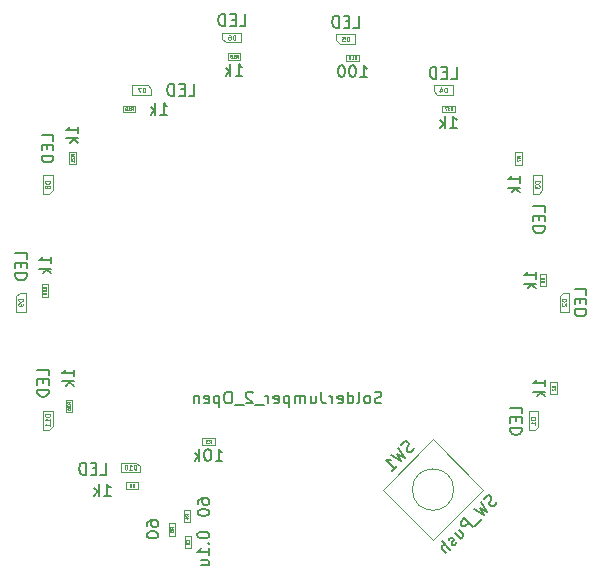
<source format=gbr>
%TF.GenerationSoftware,KiCad,Pcbnew,(5.1.10)-1*%
%TF.CreationDate,2021-10-31T13:05:10-04:00*%
%TF.ProjectId,CAN_Gauge,43414e5f-4761-4756-9765-2e6b69636164,rev?*%
%TF.SameCoordinates,Original*%
%TF.FileFunction,Other,Fab,Bot*%
%FSLAX46Y46*%
G04 Gerber Fmt 4.6, Leading zero omitted, Abs format (unit mm)*
G04 Created by KiCad (PCBNEW (5.1.10)-1) date 2021-10-31 13:05:10*
%MOMM*%
%LPD*%
G01*
G04 APERTURE LIST*
%ADD10C,0.100000*%
%ADD11C,0.150000*%
%ADD12C,0.040000*%
%ADD13C,0.060000*%
G04 APERTURE END LIST*
D10*
%TO.C,SW1*%
X145191200Y-106198959D02*
X149433841Y-110441600D01*
X149433841Y-110441600D02*
X145191200Y-114684241D01*
X145191200Y-114684241D02*
X140948559Y-110441600D01*
X140948559Y-110441600D02*
X145191200Y-106198959D01*
X146941914Y-110441600D02*
G75*
G03*
X146941914Y-110441600I-1750714J0D01*
G01*
%TO.C,R5*%
X122810500Y-113307500D02*
X122810500Y-114357500D01*
X123350500Y-113307500D02*
X122810500Y-113307500D01*
X123350500Y-114357500D02*
X123350500Y-113307500D01*
X122810500Y-114357500D02*
X123350500Y-114357500D01*
%TO.C,C6*%
X124664000Y-115384000D02*
X124664000Y-114384000D01*
X124164000Y-115384000D02*
X124664000Y-115384000D01*
X124164000Y-114384000D02*
X124164000Y-115384000D01*
X124664000Y-114384000D02*
X124164000Y-114384000D01*
%TO.C,R30*%
X114111000Y-103880000D02*
X114651000Y-103880000D01*
X114651000Y-103880000D02*
X114651000Y-102830000D01*
X114651000Y-102830000D02*
X114111000Y-102830000D01*
X114111000Y-102830000D02*
X114111000Y-103880000D01*
%TO.C,D11*%
X112979229Y-103766158D02*
X112979229Y-105066158D01*
X112979229Y-105066158D02*
X112679229Y-105366158D01*
X112679229Y-105366158D02*
X112179229Y-105366158D01*
X112179229Y-105366158D02*
X112179229Y-103766158D01*
X112179229Y-103766158D02*
X112979229Y-103766158D01*
%TO.C,R29*%
X112079000Y-94101000D02*
X112619000Y-94101000D01*
X112619000Y-94101000D02*
X112619000Y-93051000D01*
X112619000Y-93051000D02*
X112079000Y-93051000D01*
X112079000Y-93051000D02*
X112079000Y-94101000D01*
%TO.C,R21*%
X114390400Y-82874200D02*
X114930400Y-82874200D01*
X114930400Y-82874200D02*
X114930400Y-81824200D01*
X114930400Y-81824200D02*
X114390400Y-81824200D01*
X114390400Y-81824200D02*
X114390400Y-82874200D01*
%TO.C,D9*%
X109904000Y-95392000D02*
X109904000Y-94092000D01*
X109904000Y-94092000D02*
X110204000Y-93792000D01*
X110204000Y-93792000D02*
X110704000Y-93792000D01*
X110704000Y-93792000D02*
X110704000Y-95392000D01*
X110704000Y-95392000D02*
X109904000Y-95392000D01*
%TO.C,D8*%
X112979229Y-83817842D02*
X112979229Y-85117842D01*
X112979229Y-85117842D02*
X112679229Y-85417842D01*
X112679229Y-85417842D02*
X112179229Y-85417842D01*
X112179229Y-85417842D02*
X112179229Y-83817842D01*
X112179229Y-83817842D02*
X112979229Y-83817842D01*
%TO.C,D3*%
X154428771Y-83817842D02*
X154428771Y-85117842D01*
X154428771Y-85117842D02*
X154128771Y-85417842D01*
X154128771Y-85417842D02*
X153628771Y-85417842D01*
X153628771Y-85417842D02*
X153628771Y-83817842D01*
X153628771Y-83817842D02*
X154428771Y-83817842D01*
%TO.C,D1*%
X154087500Y-103825000D02*
X154087500Y-105125000D01*
X154087500Y-105125000D02*
X153787500Y-105425000D01*
X153787500Y-105425000D02*
X153287500Y-105425000D01*
X153287500Y-105425000D02*
X153287500Y-103825000D01*
X153287500Y-103825000D02*
X154087500Y-103825000D01*
%TO.C,D10*%
X118788000Y-108162000D02*
X120088000Y-108162000D01*
X120088000Y-108162000D02*
X120388000Y-108462000D01*
X120388000Y-108462000D02*
X120388000Y-108962000D01*
X120388000Y-108962000D02*
X118788000Y-108962000D01*
X118788000Y-108962000D02*
X118788000Y-108162000D01*
%TO.C,R19*%
X119986000Y-77939000D02*
X118936000Y-77939000D01*
X119986000Y-78479000D02*
X119986000Y-77939000D01*
X118936000Y-78479000D02*
X119986000Y-78479000D01*
X118936000Y-77939000D02*
X118936000Y-78479000D01*
%TO.C,D7*%
X119740500Y-77017030D02*
X119740500Y-76217030D01*
X121340500Y-77017030D02*
X119740500Y-77017030D01*
X121340500Y-76517030D02*
X121340500Y-77017030D01*
X121040500Y-76217030D02*
X121340500Y-76517030D01*
X119740500Y-76217030D02*
X121040500Y-76217030D01*
%TO.C,R18*%
X128878000Y-74034000D02*
X128878000Y-73494000D01*
X128878000Y-73494000D02*
X127828000Y-73494000D01*
X127828000Y-73494000D02*
X127828000Y-74034000D01*
X127828000Y-74034000D02*
X128878000Y-74034000D01*
%TO.C,R17*%
X145985000Y-78479000D02*
X147035000Y-78479000D01*
X145985000Y-77939000D02*
X145985000Y-78479000D01*
X147035000Y-77939000D02*
X145985000Y-77939000D01*
X147035000Y-78479000D02*
X147035000Y-77939000D01*
%TO.C,R16*%
X137859000Y-74161000D02*
X138909000Y-74161000D01*
X137859000Y-73621000D02*
X137859000Y-74161000D01*
X138909000Y-73621000D02*
X137859000Y-73621000D01*
X138909000Y-74161000D02*
X138909000Y-73621000D01*
%TO.C,D6*%
X128969248Y-72572493D02*
X127669248Y-72572493D01*
X127669248Y-72572493D02*
X127369248Y-72272493D01*
X127369248Y-72272493D02*
X127369248Y-71772493D01*
X127369248Y-71772493D02*
X128969248Y-71772493D01*
X128969248Y-71772493D02*
X128969248Y-72572493D01*
%TO.C,D4*%
X146867500Y-76221500D02*
X146867500Y-77021500D01*
X145267500Y-76221500D02*
X146867500Y-76221500D01*
X145267500Y-76721500D02*
X145267500Y-76221500D01*
X145567500Y-77021500D02*
X145267500Y-76721500D01*
X146867500Y-77021500D02*
X145567500Y-77021500D01*
%TO.C,D5*%
X138612500Y-71903500D02*
X138612500Y-72703500D01*
X137012500Y-71903500D02*
X138612500Y-71903500D01*
X137012500Y-72403500D02*
X137012500Y-71903500D01*
X137312500Y-72703500D02*
X137012500Y-72403500D01*
X138612500Y-72703500D02*
X137312500Y-72703500D01*
%TO.C,R4*%
X124620500Y-113216500D02*
X124620500Y-112166500D01*
X124080500Y-113216500D02*
X124620500Y-113216500D01*
X124080500Y-112166500D02*
X124080500Y-113216500D01*
X124620500Y-112166500D02*
X124080500Y-112166500D01*
%TO.C,R9*%
X120240000Y-110356000D02*
X120240000Y-109816000D01*
X120240000Y-109816000D02*
X119190000Y-109816000D01*
X119190000Y-109816000D02*
X119190000Y-110356000D01*
X119190000Y-110356000D02*
X120240000Y-110356000D01*
%TO.C,R8*%
X154243000Y-93212000D02*
X154783000Y-93212000D01*
X154783000Y-93212000D02*
X154783000Y-92162000D01*
X154783000Y-92162000D02*
X154243000Y-92162000D01*
X154243000Y-92162000D02*
X154243000Y-93212000D01*
%TO.C,R7*%
X152147500Y-82925000D02*
X152687500Y-82925000D01*
X152687500Y-82925000D02*
X152687500Y-81875000D01*
X152687500Y-81875000D02*
X152147500Y-81875000D01*
X152147500Y-81875000D02*
X152147500Y-82925000D01*
%TO.C,R3*%
X126717000Y-106647600D02*
X126717000Y-106107600D01*
X126717000Y-106107600D02*
X125667000Y-106107600D01*
X125667000Y-106107600D02*
X125667000Y-106647600D01*
X125667000Y-106647600D02*
X126717000Y-106647600D01*
%TO.C,R2*%
X155132000Y-102356000D02*
X155672000Y-102356000D01*
X155672000Y-102356000D02*
X155672000Y-101306000D01*
X155672000Y-101306000D02*
X155132000Y-101306000D01*
X155132000Y-101306000D02*
X155132000Y-102356000D01*
%TO.C,D2*%
X155904000Y-95392000D02*
X155904000Y-94092000D01*
X155904000Y-94092000D02*
X156204000Y-93792000D01*
X156204000Y-93792000D02*
X156704000Y-93792000D01*
X156704000Y-93792000D02*
X156704000Y-95392000D01*
X156704000Y-95392000D02*
X155904000Y-95392000D01*
%TD*%
%TO.C,SW1*%
D11*
X150566894Y-111507310D02*
X150499551Y-111641997D01*
X150331192Y-111810356D01*
X150230177Y-111844028D01*
X150162833Y-111844028D01*
X150061818Y-111810356D01*
X149994475Y-111743013D01*
X149960803Y-111641997D01*
X149960803Y-111574654D01*
X149994475Y-111473639D01*
X150095490Y-111305280D01*
X150129162Y-111204265D01*
X150129162Y-111136921D01*
X150095490Y-111035906D01*
X150028146Y-110968562D01*
X149927131Y-110934891D01*
X149859788Y-110934891D01*
X149758772Y-110968562D01*
X149590414Y-111136921D01*
X149523070Y-111271608D01*
X149253696Y-111473639D02*
X149792444Y-112349104D01*
X149152681Y-111978715D01*
X149523070Y-112618478D01*
X148647605Y-112079730D01*
X149321040Y-112955196D02*
X148782292Y-113493944D01*
X148546589Y-113594959D02*
X147839483Y-112887852D01*
X147570109Y-113157226D01*
X147536437Y-113258241D01*
X147536437Y-113325585D01*
X147570109Y-113426600D01*
X147671124Y-113527615D01*
X147772139Y-113561287D01*
X147839483Y-113561287D01*
X147940498Y-113527615D01*
X148209872Y-113258241D01*
X147065032Y-114133707D02*
X147536437Y-114605111D01*
X147368078Y-113830661D02*
X147738467Y-114201050D01*
X147772139Y-114302066D01*
X147738467Y-114403081D01*
X147637452Y-114504096D01*
X147536437Y-114537768D01*
X147469093Y-114537768D01*
X147199719Y-114874485D02*
X147166048Y-114975501D01*
X147031361Y-115110188D01*
X146930345Y-115143859D01*
X146829330Y-115110188D01*
X146795658Y-115076516D01*
X146761987Y-114975501D01*
X146795658Y-114874485D01*
X146896674Y-114773470D01*
X146930345Y-114672455D01*
X146896674Y-114571440D01*
X146863002Y-114537768D01*
X146761987Y-114504096D01*
X146660971Y-114537768D01*
X146559956Y-114638783D01*
X146526284Y-114739798D01*
X146627300Y-115514249D02*
X145920193Y-114807142D01*
X146324254Y-115817294D02*
X145953865Y-115446905D01*
X145920193Y-115345890D01*
X145953865Y-115244875D01*
X146054880Y-115143859D01*
X146155895Y-115110188D01*
X146223239Y-115110188D01*
X143556436Y-106921218D02*
X143489093Y-107055905D01*
X143320734Y-107224264D01*
X143219719Y-107257936D01*
X143152375Y-107257936D01*
X143051360Y-107224264D01*
X142984017Y-107156921D01*
X142950345Y-107055905D01*
X142950345Y-106988562D01*
X142984017Y-106887547D01*
X143085032Y-106719188D01*
X143118704Y-106618173D01*
X143118704Y-106550829D01*
X143085032Y-106449814D01*
X143017688Y-106382470D01*
X142916673Y-106348799D01*
X142849330Y-106348799D01*
X142748314Y-106382470D01*
X142579956Y-106550829D01*
X142512612Y-106685516D01*
X142243238Y-106887547D02*
X142781986Y-107763012D01*
X142142223Y-107392623D01*
X142512612Y-108032386D01*
X141637147Y-107493638D01*
X141704490Y-108840508D02*
X142108551Y-108436447D01*
X141906521Y-108638478D02*
X141199414Y-107931371D01*
X141367773Y-107965043D01*
X141502460Y-107965043D01*
X141603475Y-107931371D01*
%TO.C,JP1*%
X140822990Y-103099361D02*
X140680133Y-103146980D01*
X140442038Y-103146980D01*
X140346800Y-103099361D01*
X140299180Y-103051742D01*
X140251561Y-102956504D01*
X140251561Y-102861266D01*
X140299180Y-102766028D01*
X140346800Y-102718409D01*
X140442038Y-102670790D01*
X140632514Y-102623171D01*
X140727752Y-102575552D01*
X140775371Y-102527933D01*
X140822990Y-102432695D01*
X140822990Y-102337457D01*
X140775371Y-102242219D01*
X140727752Y-102194600D01*
X140632514Y-102146980D01*
X140394419Y-102146980D01*
X140251561Y-102194600D01*
X139680133Y-103146980D02*
X139775371Y-103099361D01*
X139822990Y-103051742D01*
X139870609Y-102956504D01*
X139870609Y-102670790D01*
X139822990Y-102575552D01*
X139775371Y-102527933D01*
X139680133Y-102480314D01*
X139537276Y-102480314D01*
X139442038Y-102527933D01*
X139394419Y-102575552D01*
X139346800Y-102670790D01*
X139346800Y-102956504D01*
X139394419Y-103051742D01*
X139442038Y-103099361D01*
X139537276Y-103146980D01*
X139680133Y-103146980D01*
X138775371Y-103146980D02*
X138870609Y-103099361D01*
X138918228Y-103004123D01*
X138918228Y-102146980D01*
X137965847Y-103146980D02*
X137965847Y-102146980D01*
X137965847Y-103099361D02*
X138061085Y-103146980D01*
X138251561Y-103146980D01*
X138346800Y-103099361D01*
X138394419Y-103051742D01*
X138442038Y-102956504D01*
X138442038Y-102670790D01*
X138394419Y-102575552D01*
X138346800Y-102527933D01*
X138251561Y-102480314D01*
X138061085Y-102480314D01*
X137965847Y-102527933D01*
X137108704Y-103099361D02*
X137203942Y-103146980D01*
X137394419Y-103146980D01*
X137489657Y-103099361D01*
X137537276Y-103004123D01*
X137537276Y-102623171D01*
X137489657Y-102527933D01*
X137394419Y-102480314D01*
X137203942Y-102480314D01*
X137108704Y-102527933D01*
X137061085Y-102623171D01*
X137061085Y-102718409D01*
X137537276Y-102813647D01*
X136632514Y-103146980D02*
X136632514Y-102480314D01*
X136632514Y-102670790D02*
X136584895Y-102575552D01*
X136537276Y-102527933D01*
X136442038Y-102480314D01*
X136346800Y-102480314D01*
X135727752Y-102146980D02*
X135727752Y-102861266D01*
X135775371Y-103004123D01*
X135870609Y-103099361D01*
X136013466Y-103146980D01*
X136108704Y-103146980D01*
X134822990Y-102480314D02*
X134822990Y-103146980D01*
X135251561Y-102480314D02*
X135251561Y-103004123D01*
X135203942Y-103099361D01*
X135108704Y-103146980D01*
X134965847Y-103146980D01*
X134870609Y-103099361D01*
X134822990Y-103051742D01*
X134346800Y-103146980D02*
X134346800Y-102480314D01*
X134346800Y-102575552D02*
X134299180Y-102527933D01*
X134203942Y-102480314D01*
X134061085Y-102480314D01*
X133965847Y-102527933D01*
X133918228Y-102623171D01*
X133918228Y-103146980D01*
X133918228Y-102623171D02*
X133870609Y-102527933D01*
X133775371Y-102480314D01*
X133632514Y-102480314D01*
X133537276Y-102527933D01*
X133489657Y-102623171D01*
X133489657Y-103146980D01*
X133013466Y-102480314D02*
X133013466Y-103480314D01*
X133013466Y-102527933D02*
X132918228Y-102480314D01*
X132727752Y-102480314D01*
X132632514Y-102527933D01*
X132584895Y-102575552D01*
X132537276Y-102670790D01*
X132537276Y-102956504D01*
X132584895Y-103051742D01*
X132632514Y-103099361D01*
X132727752Y-103146980D01*
X132918228Y-103146980D01*
X133013466Y-103099361D01*
X131727752Y-103099361D02*
X131822990Y-103146980D01*
X132013466Y-103146980D01*
X132108704Y-103099361D01*
X132156323Y-103004123D01*
X132156323Y-102623171D01*
X132108704Y-102527933D01*
X132013466Y-102480314D01*
X131822990Y-102480314D01*
X131727752Y-102527933D01*
X131680133Y-102623171D01*
X131680133Y-102718409D01*
X132156323Y-102813647D01*
X131251561Y-103146980D02*
X131251561Y-102480314D01*
X131251561Y-102670790D02*
X131203942Y-102575552D01*
X131156323Y-102527933D01*
X131061085Y-102480314D01*
X130965847Y-102480314D01*
X130870609Y-103242219D02*
X130108704Y-103242219D01*
X129918228Y-102242219D02*
X129870609Y-102194600D01*
X129775371Y-102146980D01*
X129537276Y-102146980D01*
X129442038Y-102194600D01*
X129394419Y-102242219D01*
X129346800Y-102337457D01*
X129346800Y-102432695D01*
X129394419Y-102575552D01*
X129965847Y-103146980D01*
X129346800Y-103146980D01*
X129156323Y-103242219D02*
X128394419Y-103242219D01*
X127965847Y-102146980D02*
X127775371Y-102146980D01*
X127680133Y-102194600D01*
X127584895Y-102289838D01*
X127537276Y-102480314D01*
X127537276Y-102813647D01*
X127584895Y-103004123D01*
X127680133Y-103099361D01*
X127775371Y-103146980D01*
X127965847Y-103146980D01*
X128061085Y-103099361D01*
X128156323Y-103004123D01*
X128203942Y-102813647D01*
X128203942Y-102480314D01*
X128156323Y-102289838D01*
X128061085Y-102194600D01*
X127965847Y-102146980D01*
X127108704Y-102480314D02*
X127108704Y-103480314D01*
X127108704Y-102527933D02*
X127013466Y-102480314D01*
X126822990Y-102480314D01*
X126727752Y-102527933D01*
X126680133Y-102575552D01*
X126632514Y-102670790D01*
X126632514Y-102956504D01*
X126680133Y-103051742D01*
X126727752Y-103099361D01*
X126822990Y-103146980D01*
X127013466Y-103146980D01*
X127108704Y-103099361D01*
X125822990Y-103099361D02*
X125918228Y-103146980D01*
X126108704Y-103146980D01*
X126203942Y-103099361D01*
X126251561Y-103004123D01*
X126251561Y-102623171D01*
X126203942Y-102527933D01*
X126108704Y-102480314D01*
X125918228Y-102480314D01*
X125822990Y-102527933D01*
X125775371Y-102623171D01*
X125775371Y-102718409D01*
X126251561Y-102813647D01*
X125346800Y-102480314D02*
X125346800Y-103146980D01*
X125346800Y-102575552D02*
X125299180Y-102527933D01*
X125203942Y-102480314D01*
X125061085Y-102480314D01*
X124965847Y-102527933D01*
X124918228Y-102623171D01*
X124918228Y-103146980D01*
%TO.C,R5*%
X120945380Y-113508685D02*
X120945380Y-113318209D01*
X120993000Y-113222971D01*
X121040619Y-113175352D01*
X121183476Y-113080114D01*
X121373952Y-113032495D01*
X121754904Y-113032495D01*
X121850142Y-113080114D01*
X121897761Y-113127733D01*
X121945380Y-113222971D01*
X121945380Y-113413447D01*
X121897761Y-113508685D01*
X121850142Y-113556304D01*
X121754904Y-113603923D01*
X121516809Y-113603923D01*
X121421571Y-113556304D01*
X121373952Y-113508685D01*
X121326333Y-113413447D01*
X121326333Y-113222971D01*
X121373952Y-113127733D01*
X121421571Y-113080114D01*
X121516809Y-113032495D01*
X120945380Y-114222971D02*
X120945380Y-114318209D01*
X120993000Y-114413447D01*
X121040619Y-114461066D01*
X121135857Y-114508685D01*
X121326333Y-114556304D01*
X121564428Y-114556304D01*
X121754904Y-114508685D01*
X121850142Y-114461066D01*
X121897761Y-114413447D01*
X121945380Y-114318209D01*
X121945380Y-114222971D01*
X121897761Y-114127733D01*
X121850142Y-114080114D01*
X121754904Y-114032495D01*
X121564428Y-113984876D01*
X121326333Y-113984876D01*
X121135857Y-114032495D01*
X121040619Y-114080114D01*
X120993000Y-114127733D01*
X120945380Y-114222971D01*
D12*
X123198119Y-113789166D02*
X123074309Y-113702500D01*
X123198119Y-113640595D02*
X122938119Y-113640595D01*
X122938119Y-113739642D01*
X122950500Y-113764404D01*
X122962880Y-113776785D01*
X122987642Y-113789166D01*
X123024785Y-113789166D01*
X123049547Y-113776785D01*
X123061928Y-113764404D01*
X123074309Y-113739642D01*
X123074309Y-113640595D01*
X122938119Y-114024404D02*
X122938119Y-113900595D01*
X123061928Y-113888214D01*
X123049547Y-113900595D01*
X123037166Y-113925357D01*
X123037166Y-113987261D01*
X123049547Y-114012023D01*
X123061928Y-114024404D01*
X123086690Y-114036785D01*
X123148595Y-114036785D01*
X123173357Y-114024404D01*
X123185738Y-114012023D01*
X123198119Y-113987261D01*
X123198119Y-113925357D01*
X123185738Y-113900595D01*
X123173357Y-113888214D01*
%TO.C,C6*%
D11*
X125237980Y-114231114D02*
X125237980Y-114326352D01*
X125285600Y-114421590D01*
X125333219Y-114469209D01*
X125428457Y-114516828D01*
X125618933Y-114564447D01*
X125857028Y-114564447D01*
X126047504Y-114516828D01*
X126142742Y-114469209D01*
X126190361Y-114421590D01*
X126237980Y-114326352D01*
X126237980Y-114231114D01*
X126190361Y-114135876D01*
X126142742Y-114088257D01*
X126047504Y-114040638D01*
X125857028Y-113993019D01*
X125618933Y-113993019D01*
X125428457Y-114040638D01*
X125333219Y-114088257D01*
X125285600Y-114135876D01*
X125237980Y-114231114D01*
X126142742Y-114993019D02*
X126190361Y-115040638D01*
X126237980Y-114993019D01*
X126190361Y-114945400D01*
X126142742Y-114993019D01*
X126237980Y-114993019D01*
X126237980Y-115993019D02*
X126237980Y-115421590D01*
X126237980Y-115707304D02*
X125237980Y-115707304D01*
X125380838Y-115612066D01*
X125476076Y-115516828D01*
X125523695Y-115421590D01*
X125571314Y-116850161D02*
X126237980Y-116850161D01*
X125571314Y-116421590D02*
X126095123Y-116421590D01*
X126190361Y-116469209D01*
X126237980Y-116564447D01*
X126237980Y-116707304D01*
X126190361Y-116802542D01*
X126142742Y-116850161D01*
D12*
X124503285Y-114842333D02*
X124515190Y-114830428D01*
X124527095Y-114794714D01*
X124527095Y-114770904D01*
X124515190Y-114735190D01*
X124491380Y-114711380D01*
X124467571Y-114699476D01*
X124419952Y-114687571D01*
X124384238Y-114687571D01*
X124336619Y-114699476D01*
X124312809Y-114711380D01*
X124289000Y-114735190D01*
X124277095Y-114770904D01*
X124277095Y-114794714D01*
X124289000Y-114830428D01*
X124300904Y-114842333D01*
X124277095Y-115056619D02*
X124277095Y-115009000D01*
X124289000Y-114985190D01*
X124300904Y-114973285D01*
X124336619Y-114949476D01*
X124384238Y-114937571D01*
X124479476Y-114937571D01*
X124503285Y-114949476D01*
X124515190Y-114961380D01*
X124527095Y-114985190D01*
X124527095Y-115032809D01*
X124515190Y-115056619D01*
X124503285Y-115068523D01*
X124479476Y-115080428D01*
X124419952Y-115080428D01*
X124396142Y-115068523D01*
X124384238Y-115056619D01*
X124372333Y-115032809D01*
X124372333Y-114985190D01*
X124384238Y-114961380D01*
X124396142Y-114949476D01*
X124419952Y-114937571D01*
%TO.C,R30*%
D11*
X114757180Y-100848352D02*
X114757180Y-100276923D01*
X114757180Y-100562638D02*
X113757180Y-100562638D01*
X113900038Y-100467400D01*
X113995276Y-100372161D01*
X114042895Y-100276923D01*
X114757180Y-101276923D02*
X113757180Y-101276923D01*
X114376228Y-101372161D02*
X114757180Y-101657876D01*
X114090514Y-101657876D02*
X114471466Y-101276923D01*
D12*
X114498619Y-103187857D02*
X114374809Y-103101190D01*
X114498619Y-103039285D02*
X114238619Y-103039285D01*
X114238619Y-103138333D01*
X114251000Y-103163095D01*
X114263380Y-103175476D01*
X114288142Y-103187857D01*
X114325285Y-103187857D01*
X114350047Y-103175476D01*
X114362428Y-103163095D01*
X114374809Y-103138333D01*
X114374809Y-103039285D01*
X114238619Y-103274523D02*
X114238619Y-103435476D01*
X114337666Y-103348809D01*
X114337666Y-103385952D01*
X114350047Y-103410714D01*
X114362428Y-103423095D01*
X114387190Y-103435476D01*
X114449095Y-103435476D01*
X114473857Y-103423095D01*
X114486238Y-103410714D01*
X114498619Y-103385952D01*
X114498619Y-103311666D01*
X114486238Y-103286904D01*
X114473857Y-103274523D01*
X114238619Y-103596428D02*
X114238619Y-103621190D01*
X114251000Y-103645952D01*
X114263380Y-103658333D01*
X114288142Y-103670714D01*
X114337666Y-103683095D01*
X114399571Y-103683095D01*
X114449095Y-103670714D01*
X114473857Y-103658333D01*
X114486238Y-103645952D01*
X114498619Y-103621190D01*
X114498619Y-103596428D01*
X114486238Y-103571666D01*
X114473857Y-103559285D01*
X114449095Y-103546904D01*
X114399571Y-103534523D01*
X114337666Y-103534523D01*
X114288142Y-103546904D01*
X114263380Y-103559285D01*
X114251000Y-103571666D01*
X114238619Y-103596428D01*
%TO.C,D11*%
D11*
X112674380Y-100756342D02*
X112674380Y-100280152D01*
X111674380Y-100280152D01*
X112150571Y-101089676D02*
X112150571Y-101423009D01*
X112674380Y-101565866D02*
X112674380Y-101089676D01*
X111674380Y-101089676D01*
X111674380Y-101565866D01*
X112674380Y-101994438D02*
X111674380Y-101994438D01*
X111674380Y-102232533D01*
X111722000Y-102375390D01*
X111817238Y-102470628D01*
X111912476Y-102518247D01*
X112102952Y-102565866D01*
X112245809Y-102565866D01*
X112436285Y-102518247D01*
X112531523Y-102470628D01*
X112626761Y-102375390D01*
X112674380Y-102232533D01*
X112674380Y-101994438D01*
D13*
X112760181Y-104080443D02*
X112360181Y-104080443D01*
X112360181Y-104175681D01*
X112379229Y-104232824D01*
X112417324Y-104270919D01*
X112455419Y-104289967D01*
X112531609Y-104309015D01*
X112588752Y-104309015D01*
X112664943Y-104289967D01*
X112703038Y-104270919D01*
X112741133Y-104232824D01*
X112760181Y-104175681D01*
X112760181Y-104080443D01*
X112760181Y-104689967D02*
X112760181Y-104461396D01*
X112760181Y-104575681D02*
X112360181Y-104575681D01*
X112417324Y-104537586D01*
X112455419Y-104499491D01*
X112474467Y-104461396D01*
X112760181Y-105070919D02*
X112760181Y-104842348D01*
X112760181Y-104956634D02*
X112360181Y-104956634D01*
X112417324Y-104918538D01*
X112455419Y-104880443D01*
X112474467Y-104842348D01*
%TO.C,R29*%
D11*
X112852180Y-91297952D02*
X112852180Y-90726523D01*
X112852180Y-91012238D02*
X111852180Y-91012238D01*
X111995038Y-90917000D01*
X112090276Y-90821761D01*
X112137895Y-90726523D01*
X112852180Y-91726523D02*
X111852180Y-91726523D01*
X112471228Y-91821761D02*
X112852180Y-92107476D01*
X112185514Y-92107476D02*
X112566466Y-91726523D01*
D12*
X112466619Y-93408857D02*
X112342809Y-93322190D01*
X112466619Y-93260285D02*
X112206619Y-93260285D01*
X112206619Y-93359333D01*
X112219000Y-93384095D01*
X112231380Y-93396476D01*
X112256142Y-93408857D01*
X112293285Y-93408857D01*
X112318047Y-93396476D01*
X112330428Y-93384095D01*
X112342809Y-93359333D01*
X112342809Y-93260285D01*
X112231380Y-93507904D02*
X112219000Y-93520285D01*
X112206619Y-93545047D01*
X112206619Y-93606952D01*
X112219000Y-93631714D01*
X112231380Y-93644095D01*
X112256142Y-93656476D01*
X112280904Y-93656476D01*
X112318047Y-93644095D01*
X112466619Y-93495523D01*
X112466619Y-93656476D01*
X112466619Y-93780285D02*
X112466619Y-93829809D01*
X112454238Y-93854571D01*
X112441857Y-93866952D01*
X112404714Y-93891714D01*
X112355190Y-93904095D01*
X112256142Y-93904095D01*
X112231380Y-93891714D01*
X112219000Y-93879333D01*
X112206619Y-93854571D01*
X112206619Y-93805047D01*
X112219000Y-93780285D01*
X112231380Y-93767904D01*
X112256142Y-93755523D01*
X112318047Y-93755523D01*
X112342809Y-93767904D01*
X112355190Y-93780285D01*
X112367571Y-93805047D01*
X112367571Y-93854571D01*
X112355190Y-93879333D01*
X112342809Y-93891714D01*
X112318047Y-93904095D01*
%TO.C,R21*%
D11*
X115138180Y-80274352D02*
X115138180Y-79702923D01*
X115138180Y-79988638D02*
X114138180Y-79988638D01*
X114281038Y-79893400D01*
X114376276Y-79798161D01*
X114423895Y-79702923D01*
X115138180Y-80702923D02*
X114138180Y-80702923D01*
X114757228Y-80798161D02*
X115138180Y-81083876D01*
X114471514Y-81083876D02*
X114852466Y-80702923D01*
D12*
X114778019Y-82182057D02*
X114654209Y-82095390D01*
X114778019Y-82033485D02*
X114518019Y-82033485D01*
X114518019Y-82132533D01*
X114530400Y-82157295D01*
X114542780Y-82169676D01*
X114567542Y-82182057D01*
X114604685Y-82182057D01*
X114629447Y-82169676D01*
X114641828Y-82157295D01*
X114654209Y-82132533D01*
X114654209Y-82033485D01*
X114542780Y-82281104D02*
X114530400Y-82293485D01*
X114518019Y-82318247D01*
X114518019Y-82380152D01*
X114530400Y-82404914D01*
X114542780Y-82417295D01*
X114567542Y-82429676D01*
X114592304Y-82429676D01*
X114629447Y-82417295D01*
X114778019Y-82268723D01*
X114778019Y-82429676D01*
X114778019Y-82677295D02*
X114778019Y-82528723D01*
X114778019Y-82603009D02*
X114518019Y-82603009D01*
X114555161Y-82578247D01*
X114579923Y-82553485D01*
X114592304Y-82528723D01*
%TO.C,D9*%
D11*
X110820180Y-90901142D02*
X110820180Y-90424952D01*
X109820180Y-90424952D01*
X110296371Y-91234476D02*
X110296371Y-91567809D01*
X110820180Y-91710666D02*
X110820180Y-91234476D01*
X109820180Y-91234476D01*
X109820180Y-91710666D01*
X110820180Y-92139238D02*
X109820180Y-92139238D01*
X109820180Y-92377333D01*
X109867800Y-92520190D01*
X109963038Y-92615428D01*
X110058276Y-92663047D01*
X110248752Y-92710666D01*
X110391609Y-92710666D01*
X110582085Y-92663047D01*
X110677323Y-92615428D01*
X110772561Y-92520190D01*
X110820180Y-92377333D01*
X110820180Y-92139238D01*
D13*
X110484952Y-94296761D02*
X110084952Y-94296761D01*
X110084952Y-94392000D01*
X110104000Y-94449142D01*
X110142095Y-94487238D01*
X110180190Y-94506285D01*
X110256380Y-94525333D01*
X110313523Y-94525333D01*
X110389714Y-94506285D01*
X110427809Y-94487238D01*
X110465904Y-94449142D01*
X110484952Y-94392000D01*
X110484952Y-94296761D01*
X110484952Y-94715809D02*
X110484952Y-94792000D01*
X110465904Y-94830095D01*
X110446857Y-94849142D01*
X110389714Y-94887238D01*
X110313523Y-94906285D01*
X110161142Y-94906285D01*
X110123047Y-94887238D01*
X110104000Y-94868190D01*
X110084952Y-94830095D01*
X110084952Y-94753904D01*
X110104000Y-94715809D01*
X110123047Y-94696761D01*
X110161142Y-94677714D01*
X110256380Y-94677714D01*
X110294476Y-94696761D01*
X110313523Y-94715809D01*
X110332571Y-94753904D01*
X110332571Y-94830095D01*
X110313523Y-94868190D01*
X110294476Y-94887238D01*
X110256380Y-94906285D01*
%TO.C,D8*%
D11*
X113055380Y-80918942D02*
X113055380Y-80442752D01*
X112055380Y-80442752D01*
X112531571Y-81252276D02*
X112531571Y-81585609D01*
X113055380Y-81728466D02*
X113055380Y-81252276D01*
X112055380Y-81252276D01*
X112055380Y-81728466D01*
X113055380Y-82157038D02*
X112055380Y-82157038D01*
X112055380Y-82395133D01*
X112103000Y-82537990D01*
X112198238Y-82633228D01*
X112293476Y-82680847D01*
X112483952Y-82728466D01*
X112626809Y-82728466D01*
X112817285Y-82680847D01*
X112912523Y-82633228D01*
X113007761Y-82537990D01*
X113055380Y-82395133D01*
X113055380Y-82157038D01*
D13*
X112760181Y-84322603D02*
X112360181Y-84322603D01*
X112360181Y-84417842D01*
X112379229Y-84474984D01*
X112417324Y-84513080D01*
X112455419Y-84532127D01*
X112531609Y-84551175D01*
X112588752Y-84551175D01*
X112664943Y-84532127D01*
X112703038Y-84513080D01*
X112741133Y-84474984D01*
X112760181Y-84417842D01*
X112760181Y-84322603D01*
X112531609Y-84779746D02*
X112512562Y-84741651D01*
X112493514Y-84722603D01*
X112455419Y-84703556D01*
X112436371Y-84703556D01*
X112398276Y-84722603D01*
X112379229Y-84741651D01*
X112360181Y-84779746D01*
X112360181Y-84855937D01*
X112379229Y-84894032D01*
X112398276Y-84913080D01*
X112436371Y-84932127D01*
X112455419Y-84932127D01*
X112493514Y-84913080D01*
X112512562Y-84894032D01*
X112531609Y-84855937D01*
X112531609Y-84779746D01*
X112550657Y-84741651D01*
X112569705Y-84722603D01*
X112607800Y-84703556D01*
X112683990Y-84703556D01*
X112722086Y-84722603D01*
X112741133Y-84741651D01*
X112760181Y-84779746D01*
X112760181Y-84855937D01*
X112741133Y-84894032D01*
X112722086Y-84913080D01*
X112683990Y-84932127D01*
X112607800Y-84932127D01*
X112569705Y-84913080D01*
X112550657Y-84894032D01*
X112531609Y-84855937D01*
%TO.C,D3*%
D11*
X154660580Y-86913342D02*
X154660580Y-86437152D01*
X153660580Y-86437152D01*
X154136771Y-87246676D02*
X154136771Y-87580009D01*
X154660580Y-87722866D02*
X154660580Y-87246676D01*
X153660580Y-87246676D01*
X153660580Y-87722866D01*
X154660580Y-88151438D02*
X153660580Y-88151438D01*
X153660580Y-88389533D01*
X153708200Y-88532390D01*
X153803438Y-88627628D01*
X153898676Y-88675247D01*
X154089152Y-88722866D01*
X154232009Y-88722866D01*
X154422485Y-88675247D01*
X154517723Y-88627628D01*
X154612961Y-88532390D01*
X154660580Y-88389533D01*
X154660580Y-88151438D01*
D13*
X154209723Y-84322603D02*
X153809723Y-84322603D01*
X153809723Y-84417842D01*
X153828771Y-84474984D01*
X153866866Y-84513080D01*
X153904961Y-84532127D01*
X153981151Y-84551175D01*
X154038294Y-84551175D01*
X154114485Y-84532127D01*
X154152580Y-84513080D01*
X154190675Y-84474984D01*
X154209723Y-84417842D01*
X154209723Y-84322603D01*
X153809723Y-84684508D02*
X153809723Y-84932127D01*
X153962104Y-84798794D01*
X153962104Y-84855937D01*
X153981151Y-84894032D01*
X154000199Y-84913080D01*
X154038294Y-84932127D01*
X154133532Y-84932127D01*
X154171628Y-84913080D01*
X154190675Y-84894032D01*
X154209723Y-84855937D01*
X154209723Y-84741651D01*
X154190675Y-84703556D01*
X154171628Y-84684508D01*
%TO.C,D1*%
D11*
X152709880Y-103982142D02*
X152709880Y-103505952D01*
X151709880Y-103505952D01*
X152186071Y-104315476D02*
X152186071Y-104648809D01*
X152709880Y-104791666D02*
X152709880Y-104315476D01*
X151709880Y-104315476D01*
X151709880Y-104791666D01*
X152709880Y-105220238D02*
X151709880Y-105220238D01*
X151709880Y-105458333D01*
X151757500Y-105601190D01*
X151852738Y-105696428D01*
X151947976Y-105744047D01*
X152138452Y-105791666D01*
X152281309Y-105791666D01*
X152471785Y-105744047D01*
X152567023Y-105696428D01*
X152662261Y-105601190D01*
X152709880Y-105458333D01*
X152709880Y-105220238D01*
D13*
X153868452Y-104329761D02*
X153468452Y-104329761D01*
X153468452Y-104425000D01*
X153487500Y-104482142D01*
X153525595Y-104520238D01*
X153563690Y-104539285D01*
X153639880Y-104558333D01*
X153697023Y-104558333D01*
X153773214Y-104539285D01*
X153811309Y-104520238D01*
X153849404Y-104482142D01*
X153868452Y-104425000D01*
X153868452Y-104329761D01*
X153868452Y-104939285D02*
X153868452Y-104710714D01*
X153868452Y-104825000D02*
X153468452Y-104825000D01*
X153525595Y-104786904D01*
X153563690Y-104748809D01*
X153582738Y-104710714D01*
%TO.C,D10*%
D11*
X117030457Y-109166780D02*
X117506647Y-109166780D01*
X117506647Y-108166780D01*
X116697123Y-108642971D02*
X116363790Y-108642971D01*
X116220933Y-109166780D02*
X116697123Y-109166780D01*
X116697123Y-108166780D01*
X116220933Y-108166780D01*
X115792361Y-109166780D02*
X115792361Y-108166780D01*
X115554266Y-108166780D01*
X115411409Y-108214400D01*
X115316171Y-108309638D01*
X115268552Y-108404876D01*
X115220933Y-108595352D01*
X115220933Y-108738209D01*
X115268552Y-108928685D01*
X115316171Y-109023923D01*
X115411409Y-109119161D01*
X115554266Y-109166780D01*
X115792361Y-109166780D01*
D13*
X120073714Y-108742952D02*
X120073714Y-108342952D01*
X119978476Y-108342952D01*
X119921333Y-108362000D01*
X119883238Y-108400095D01*
X119864190Y-108438190D01*
X119845142Y-108514380D01*
X119845142Y-108571523D01*
X119864190Y-108647714D01*
X119883238Y-108685809D01*
X119921333Y-108723904D01*
X119978476Y-108742952D01*
X120073714Y-108742952D01*
X119464190Y-108742952D02*
X119692761Y-108742952D01*
X119578476Y-108742952D02*
X119578476Y-108342952D01*
X119616571Y-108400095D01*
X119654666Y-108438190D01*
X119692761Y-108457238D01*
X119216571Y-108342952D02*
X119178476Y-108342952D01*
X119140380Y-108362000D01*
X119121333Y-108381047D01*
X119102285Y-108419142D01*
X119083238Y-108495333D01*
X119083238Y-108590571D01*
X119102285Y-108666761D01*
X119121333Y-108704857D01*
X119140380Y-108723904D01*
X119178476Y-108742952D01*
X119216571Y-108742952D01*
X119254666Y-108723904D01*
X119273714Y-108704857D01*
X119292761Y-108666761D01*
X119311809Y-108590571D01*
X119311809Y-108495333D01*
X119292761Y-108419142D01*
X119273714Y-108381047D01*
X119254666Y-108362000D01*
X119216571Y-108342952D01*
%TO.C,R19*%
D11*
X122120047Y-78686780D02*
X122691476Y-78686780D01*
X122405761Y-78686780D02*
X122405761Y-77686780D01*
X122501000Y-77829638D01*
X122596238Y-77924876D01*
X122691476Y-77972495D01*
X121691476Y-78686780D02*
X121691476Y-77686780D01*
X121596238Y-78305828D02*
X121310523Y-78686780D01*
X121310523Y-78020114D02*
X121691476Y-78401066D01*
D12*
X119628142Y-78326619D02*
X119714809Y-78202809D01*
X119776714Y-78326619D02*
X119776714Y-78066619D01*
X119677666Y-78066619D01*
X119652904Y-78079000D01*
X119640523Y-78091380D01*
X119628142Y-78116142D01*
X119628142Y-78153285D01*
X119640523Y-78178047D01*
X119652904Y-78190428D01*
X119677666Y-78202809D01*
X119776714Y-78202809D01*
X119380523Y-78326619D02*
X119529095Y-78326619D01*
X119454809Y-78326619D02*
X119454809Y-78066619D01*
X119479571Y-78103761D01*
X119504333Y-78128523D01*
X119529095Y-78140904D01*
X119256714Y-78326619D02*
X119207190Y-78326619D01*
X119182428Y-78314238D01*
X119170047Y-78301857D01*
X119145285Y-78264714D01*
X119132904Y-78215190D01*
X119132904Y-78116142D01*
X119145285Y-78091380D01*
X119157666Y-78079000D01*
X119182428Y-78066619D01*
X119231952Y-78066619D01*
X119256714Y-78079000D01*
X119269095Y-78091380D01*
X119281476Y-78116142D01*
X119281476Y-78178047D01*
X119269095Y-78202809D01*
X119256714Y-78215190D01*
X119231952Y-78227571D01*
X119182428Y-78227571D01*
X119157666Y-78215190D01*
X119145285Y-78202809D01*
X119132904Y-78178047D01*
%TO.C,D7*%
D11*
X124498057Y-77086580D02*
X124974247Y-77086580D01*
X124974247Y-76086580D01*
X124164723Y-76562771D02*
X123831390Y-76562771D01*
X123688533Y-77086580D02*
X124164723Y-77086580D01*
X124164723Y-76086580D01*
X123688533Y-76086580D01*
X123259961Y-77086580D02*
X123259961Y-76086580D01*
X123021866Y-76086580D01*
X122879009Y-76134200D01*
X122783771Y-76229438D01*
X122736152Y-76324676D01*
X122688533Y-76515152D01*
X122688533Y-76658009D01*
X122736152Y-76848485D01*
X122783771Y-76943723D01*
X122879009Y-77038961D01*
X123021866Y-77086580D01*
X123259961Y-77086580D01*
D13*
X120835738Y-76797982D02*
X120835738Y-76397982D01*
X120740500Y-76397982D01*
X120683357Y-76417030D01*
X120645261Y-76455125D01*
X120626214Y-76493220D01*
X120607166Y-76569410D01*
X120607166Y-76626553D01*
X120626214Y-76702744D01*
X120645261Y-76740839D01*
X120683357Y-76778934D01*
X120740500Y-76797982D01*
X120835738Y-76797982D01*
X120473833Y-76397982D02*
X120207166Y-76397982D01*
X120378595Y-76797982D01*
%TO.C,R18*%
D11*
X128472047Y-75386380D02*
X129043476Y-75386380D01*
X128757761Y-75386380D02*
X128757761Y-74386380D01*
X128853000Y-74529238D01*
X128948238Y-74624476D01*
X129043476Y-74672095D01*
X128043476Y-75386380D02*
X128043476Y-74386380D01*
X127948238Y-75005428D02*
X127662523Y-75386380D01*
X127662523Y-74719714D02*
X128043476Y-75100666D01*
D12*
X128520142Y-73881619D02*
X128606809Y-73757809D01*
X128668714Y-73881619D02*
X128668714Y-73621619D01*
X128569666Y-73621619D01*
X128544904Y-73634000D01*
X128532523Y-73646380D01*
X128520142Y-73671142D01*
X128520142Y-73708285D01*
X128532523Y-73733047D01*
X128544904Y-73745428D01*
X128569666Y-73757809D01*
X128668714Y-73757809D01*
X128272523Y-73881619D02*
X128421095Y-73881619D01*
X128346809Y-73881619D02*
X128346809Y-73621619D01*
X128371571Y-73658761D01*
X128396333Y-73683523D01*
X128421095Y-73695904D01*
X128123952Y-73733047D02*
X128148714Y-73720666D01*
X128161095Y-73708285D01*
X128173476Y-73683523D01*
X128173476Y-73671142D01*
X128161095Y-73646380D01*
X128148714Y-73634000D01*
X128123952Y-73621619D01*
X128074428Y-73621619D01*
X128049666Y-73634000D01*
X128037285Y-73646380D01*
X128024904Y-73671142D01*
X128024904Y-73683523D01*
X128037285Y-73708285D01*
X128049666Y-73720666D01*
X128074428Y-73733047D01*
X128123952Y-73733047D01*
X128148714Y-73745428D01*
X128161095Y-73757809D01*
X128173476Y-73782571D01*
X128173476Y-73832095D01*
X128161095Y-73856857D01*
X128148714Y-73869238D01*
X128123952Y-73881619D01*
X128074428Y-73881619D01*
X128049666Y-73869238D01*
X128037285Y-73856857D01*
X128024904Y-73832095D01*
X128024904Y-73782571D01*
X128037285Y-73757809D01*
X128049666Y-73745428D01*
X128074428Y-73733047D01*
%TO.C,R17*%
D11*
X146629047Y-79831380D02*
X147200476Y-79831380D01*
X146914761Y-79831380D02*
X146914761Y-78831380D01*
X147010000Y-78974238D01*
X147105238Y-79069476D01*
X147200476Y-79117095D01*
X146200476Y-79831380D02*
X146200476Y-78831380D01*
X146105238Y-79450428D02*
X145819523Y-79831380D01*
X145819523Y-79164714D02*
X146200476Y-79545666D01*
D12*
X146677142Y-78326619D02*
X146763809Y-78202809D01*
X146825714Y-78326619D02*
X146825714Y-78066619D01*
X146726666Y-78066619D01*
X146701904Y-78079000D01*
X146689523Y-78091380D01*
X146677142Y-78116142D01*
X146677142Y-78153285D01*
X146689523Y-78178047D01*
X146701904Y-78190428D01*
X146726666Y-78202809D01*
X146825714Y-78202809D01*
X146429523Y-78326619D02*
X146578095Y-78326619D01*
X146503809Y-78326619D02*
X146503809Y-78066619D01*
X146528571Y-78103761D01*
X146553333Y-78128523D01*
X146578095Y-78140904D01*
X146342857Y-78066619D02*
X146169523Y-78066619D01*
X146280952Y-78326619D01*
%TO.C,R16*%
D11*
X139050666Y-75513380D02*
X139622095Y-75513380D01*
X139336380Y-75513380D02*
X139336380Y-74513380D01*
X139431619Y-74656238D01*
X139526857Y-74751476D01*
X139622095Y-74799095D01*
X138431619Y-74513380D02*
X138336380Y-74513380D01*
X138241142Y-74561000D01*
X138193523Y-74608619D01*
X138145904Y-74703857D01*
X138098285Y-74894333D01*
X138098285Y-75132428D01*
X138145904Y-75322904D01*
X138193523Y-75418142D01*
X138241142Y-75465761D01*
X138336380Y-75513380D01*
X138431619Y-75513380D01*
X138526857Y-75465761D01*
X138574476Y-75418142D01*
X138622095Y-75322904D01*
X138669714Y-75132428D01*
X138669714Y-74894333D01*
X138622095Y-74703857D01*
X138574476Y-74608619D01*
X138526857Y-74561000D01*
X138431619Y-74513380D01*
X137479238Y-74513380D02*
X137384000Y-74513380D01*
X137288761Y-74561000D01*
X137241142Y-74608619D01*
X137193523Y-74703857D01*
X137145904Y-74894333D01*
X137145904Y-75132428D01*
X137193523Y-75322904D01*
X137241142Y-75418142D01*
X137288761Y-75465761D01*
X137384000Y-75513380D01*
X137479238Y-75513380D01*
X137574476Y-75465761D01*
X137622095Y-75418142D01*
X137669714Y-75322904D01*
X137717333Y-75132428D01*
X137717333Y-74894333D01*
X137669714Y-74703857D01*
X137622095Y-74608619D01*
X137574476Y-74561000D01*
X137479238Y-74513380D01*
D12*
X138551142Y-74008619D02*
X138637809Y-73884809D01*
X138699714Y-74008619D02*
X138699714Y-73748619D01*
X138600666Y-73748619D01*
X138575904Y-73761000D01*
X138563523Y-73773380D01*
X138551142Y-73798142D01*
X138551142Y-73835285D01*
X138563523Y-73860047D01*
X138575904Y-73872428D01*
X138600666Y-73884809D01*
X138699714Y-73884809D01*
X138303523Y-74008619D02*
X138452095Y-74008619D01*
X138377809Y-74008619D02*
X138377809Y-73748619D01*
X138402571Y-73785761D01*
X138427333Y-73810523D01*
X138452095Y-73822904D01*
X138080666Y-73748619D02*
X138130190Y-73748619D01*
X138154952Y-73761000D01*
X138167333Y-73773380D01*
X138192095Y-73810523D01*
X138204476Y-73860047D01*
X138204476Y-73959095D01*
X138192095Y-73983857D01*
X138179714Y-73996238D01*
X138154952Y-74008619D01*
X138105428Y-74008619D01*
X138080666Y-73996238D01*
X138068285Y-73983857D01*
X138055904Y-73959095D01*
X138055904Y-73897190D01*
X138068285Y-73872428D01*
X138080666Y-73860047D01*
X138105428Y-73847666D01*
X138154952Y-73847666D01*
X138179714Y-73860047D01*
X138192095Y-73872428D01*
X138204476Y-73897190D01*
%TO.C,D6*%
D11*
X128812105Y-71194873D02*
X129288295Y-71194873D01*
X129288295Y-70194873D01*
X128478771Y-70671064D02*
X128145438Y-70671064D01*
X128002581Y-71194873D02*
X128478771Y-71194873D01*
X128478771Y-70194873D01*
X128002581Y-70194873D01*
X127574009Y-71194873D02*
X127574009Y-70194873D01*
X127335914Y-70194873D01*
X127193057Y-70242493D01*
X127097819Y-70337731D01*
X127050200Y-70432969D01*
X127002581Y-70623445D01*
X127002581Y-70766302D01*
X127050200Y-70956778D01*
X127097819Y-71052016D01*
X127193057Y-71147254D01*
X127335914Y-71194873D01*
X127574009Y-71194873D01*
D13*
X128464486Y-72353445D02*
X128464486Y-71953445D01*
X128369248Y-71953445D01*
X128312105Y-71972493D01*
X128274009Y-72010588D01*
X128254962Y-72048683D01*
X128235914Y-72124873D01*
X128235914Y-72182016D01*
X128254962Y-72258207D01*
X128274009Y-72296302D01*
X128312105Y-72334397D01*
X128369248Y-72353445D01*
X128464486Y-72353445D01*
X127893057Y-71953445D02*
X127969248Y-71953445D01*
X128007343Y-71972493D01*
X128026390Y-71991540D01*
X128064486Y-72048683D01*
X128083533Y-72124873D01*
X128083533Y-72277254D01*
X128064486Y-72315350D01*
X128045438Y-72334397D01*
X128007343Y-72353445D01*
X127931152Y-72353445D01*
X127893057Y-72334397D01*
X127874009Y-72315350D01*
X127854962Y-72277254D01*
X127854962Y-72182016D01*
X127874009Y-72143921D01*
X127893057Y-72124873D01*
X127931152Y-72105826D01*
X128007343Y-72105826D01*
X128045438Y-72124873D01*
X128064486Y-72143921D01*
X128083533Y-72182016D01*
%TO.C,D4*%
D11*
X146710357Y-75643880D02*
X147186547Y-75643880D01*
X147186547Y-74643880D01*
X146377023Y-75120071D02*
X146043690Y-75120071D01*
X145900833Y-75643880D02*
X146377023Y-75643880D01*
X146377023Y-74643880D01*
X145900833Y-74643880D01*
X145472261Y-75643880D02*
X145472261Y-74643880D01*
X145234166Y-74643880D01*
X145091309Y-74691500D01*
X144996071Y-74786738D01*
X144948452Y-74881976D01*
X144900833Y-75072452D01*
X144900833Y-75215309D01*
X144948452Y-75405785D01*
X144996071Y-75501023D01*
X145091309Y-75596261D01*
X145234166Y-75643880D01*
X145472261Y-75643880D01*
D13*
X146362738Y-76802452D02*
X146362738Y-76402452D01*
X146267500Y-76402452D01*
X146210357Y-76421500D01*
X146172261Y-76459595D01*
X146153214Y-76497690D01*
X146134166Y-76573880D01*
X146134166Y-76631023D01*
X146153214Y-76707214D01*
X146172261Y-76745309D01*
X146210357Y-76783404D01*
X146267500Y-76802452D01*
X146362738Y-76802452D01*
X145791309Y-76535785D02*
X145791309Y-76802452D01*
X145886547Y-76383404D02*
X145981785Y-76669119D01*
X145734166Y-76669119D01*
%TO.C,D5*%
D11*
X138455357Y-71325880D02*
X138931547Y-71325880D01*
X138931547Y-70325880D01*
X138122023Y-70802071D02*
X137788690Y-70802071D01*
X137645833Y-71325880D02*
X138122023Y-71325880D01*
X138122023Y-70325880D01*
X137645833Y-70325880D01*
X137217261Y-71325880D02*
X137217261Y-70325880D01*
X136979166Y-70325880D01*
X136836309Y-70373500D01*
X136741071Y-70468738D01*
X136693452Y-70563976D01*
X136645833Y-70754452D01*
X136645833Y-70897309D01*
X136693452Y-71087785D01*
X136741071Y-71183023D01*
X136836309Y-71278261D01*
X136979166Y-71325880D01*
X137217261Y-71325880D01*
D13*
X138107738Y-72484452D02*
X138107738Y-72084452D01*
X138012500Y-72084452D01*
X137955357Y-72103500D01*
X137917261Y-72141595D01*
X137898214Y-72179690D01*
X137879166Y-72255880D01*
X137879166Y-72313023D01*
X137898214Y-72389214D01*
X137917261Y-72427309D01*
X137955357Y-72465404D01*
X138012500Y-72484452D01*
X138107738Y-72484452D01*
X137517261Y-72084452D02*
X137707738Y-72084452D01*
X137726785Y-72274928D01*
X137707738Y-72255880D01*
X137669642Y-72236833D01*
X137574404Y-72236833D01*
X137536309Y-72255880D01*
X137517261Y-72274928D01*
X137498214Y-72313023D01*
X137498214Y-72408261D01*
X137517261Y-72446357D01*
X137536309Y-72465404D01*
X137574404Y-72484452D01*
X137669642Y-72484452D01*
X137707738Y-72465404D01*
X137726785Y-72446357D01*
%TO.C,R4*%
D11*
X125263380Y-111629085D02*
X125263380Y-111438609D01*
X125311000Y-111343371D01*
X125358619Y-111295752D01*
X125501476Y-111200514D01*
X125691952Y-111152895D01*
X126072904Y-111152895D01*
X126168142Y-111200514D01*
X126215761Y-111248133D01*
X126263380Y-111343371D01*
X126263380Y-111533847D01*
X126215761Y-111629085D01*
X126168142Y-111676704D01*
X126072904Y-111724323D01*
X125834809Y-111724323D01*
X125739571Y-111676704D01*
X125691952Y-111629085D01*
X125644333Y-111533847D01*
X125644333Y-111343371D01*
X125691952Y-111248133D01*
X125739571Y-111200514D01*
X125834809Y-111152895D01*
X125263380Y-112343371D02*
X125263380Y-112438609D01*
X125311000Y-112533847D01*
X125358619Y-112581466D01*
X125453857Y-112629085D01*
X125644333Y-112676704D01*
X125882428Y-112676704D01*
X126072904Y-112629085D01*
X126168142Y-112581466D01*
X126215761Y-112533847D01*
X126263380Y-112438609D01*
X126263380Y-112343371D01*
X126215761Y-112248133D01*
X126168142Y-112200514D01*
X126072904Y-112152895D01*
X125882428Y-112105276D01*
X125644333Y-112105276D01*
X125453857Y-112152895D01*
X125358619Y-112200514D01*
X125311000Y-112248133D01*
X125263380Y-112343371D01*
D12*
X124468119Y-112648166D02*
X124344309Y-112561500D01*
X124468119Y-112499595D02*
X124208119Y-112499595D01*
X124208119Y-112598642D01*
X124220500Y-112623404D01*
X124232880Y-112635785D01*
X124257642Y-112648166D01*
X124294785Y-112648166D01*
X124319547Y-112635785D01*
X124331928Y-112623404D01*
X124344309Y-112598642D01*
X124344309Y-112499595D01*
X124294785Y-112871023D02*
X124468119Y-112871023D01*
X124195738Y-112809119D02*
X124381452Y-112747214D01*
X124381452Y-112908166D01*
%TO.C,R9*%
D11*
X117319447Y-110970180D02*
X117890876Y-110970180D01*
X117605161Y-110970180D02*
X117605161Y-109970180D01*
X117700400Y-110113038D01*
X117795638Y-110208276D01*
X117890876Y-110255895D01*
X116890876Y-110970180D02*
X116890876Y-109970180D01*
X116795638Y-110589228D02*
X116509923Y-110970180D01*
X116509923Y-110303514D02*
X116890876Y-110684466D01*
D12*
X119758333Y-110203619D02*
X119845000Y-110079809D01*
X119906904Y-110203619D02*
X119906904Y-109943619D01*
X119807857Y-109943619D01*
X119783095Y-109956000D01*
X119770714Y-109968380D01*
X119758333Y-109993142D01*
X119758333Y-110030285D01*
X119770714Y-110055047D01*
X119783095Y-110067428D01*
X119807857Y-110079809D01*
X119906904Y-110079809D01*
X119634523Y-110203619D02*
X119585000Y-110203619D01*
X119560238Y-110191238D01*
X119547857Y-110178857D01*
X119523095Y-110141714D01*
X119510714Y-110092190D01*
X119510714Y-109993142D01*
X119523095Y-109968380D01*
X119535476Y-109956000D01*
X119560238Y-109943619D01*
X119609761Y-109943619D01*
X119634523Y-109956000D01*
X119646904Y-109968380D01*
X119659285Y-109993142D01*
X119659285Y-110055047D01*
X119646904Y-110079809D01*
X119634523Y-110092190D01*
X119609761Y-110104571D01*
X119560238Y-110104571D01*
X119535476Y-110092190D01*
X119523095Y-110079809D01*
X119510714Y-110055047D01*
%TO.C,R8*%
D11*
X153898580Y-92593352D02*
X153898580Y-92021923D01*
X153898580Y-92307638D02*
X152898580Y-92307638D01*
X153041438Y-92212400D01*
X153136676Y-92117161D01*
X153184295Y-92021923D01*
X153898580Y-93021923D02*
X152898580Y-93021923D01*
X153517628Y-93117161D02*
X153898580Y-93402876D01*
X153231914Y-93402876D02*
X153612866Y-93021923D01*
D12*
X154630619Y-92643666D02*
X154506809Y-92557000D01*
X154630619Y-92495095D02*
X154370619Y-92495095D01*
X154370619Y-92594142D01*
X154383000Y-92618904D01*
X154395380Y-92631285D01*
X154420142Y-92643666D01*
X154457285Y-92643666D01*
X154482047Y-92631285D01*
X154494428Y-92618904D01*
X154506809Y-92594142D01*
X154506809Y-92495095D01*
X154482047Y-92792238D02*
X154469666Y-92767476D01*
X154457285Y-92755095D01*
X154432523Y-92742714D01*
X154420142Y-92742714D01*
X154395380Y-92755095D01*
X154383000Y-92767476D01*
X154370619Y-92792238D01*
X154370619Y-92841761D01*
X154383000Y-92866523D01*
X154395380Y-92878904D01*
X154420142Y-92891285D01*
X154432523Y-92891285D01*
X154457285Y-92878904D01*
X154469666Y-92866523D01*
X154482047Y-92841761D01*
X154482047Y-92792238D01*
X154494428Y-92767476D01*
X154506809Y-92755095D01*
X154531571Y-92742714D01*
X154581095Y-92742714D01*
X154605857Y-92755095D01*
X154618238Y-92767476D01*
X154630619Y-92792238D01*
X154630619Y-92841761D01*
X154618238Y-92866523D01*
X154605857Y-92878904D01*
X154581095Y-92891285D01*
X154531571Y-92891285D01*
X154506809Y-92878904D01*
X154494428Y-92866523D01*
X154482047Y-92841761D01*
%TO.C,R7*%
D11*
X152526980Y-84465352D02*
X152526980Y-83893923D01*
X152526980Y-84179638D02*
X151526980Y-84179638D01*
X151669838Y-84084400D01*
X151765076Y-83989161D01*
X151812695Y-83893923D01*
X152526980Y-84893923D02*
X151526980Y-84893923D01*
X152146028Y-84989161D02*
X152526980Y-85274876D01*
X151860314Y-85274876D02*
X152241266Y-84893923D01*
D12*
X152535119Y-82356666D02*
X152411309Y-82270000D01*
X152535119Y-82208095D02*
X152275119Y-82208095D01*
X152275119Y-82307142D01*
X152287500Y-82331904D01*
X152299880Y-82344285D01*
X152324642Y-82356666D01*
X152361785Y-82356666D01*
X152386547Y-82344285D01*
X152398928Y-82331904D01*
X152411309Y-82307142D01*
X152411309Y-82208095D01*
X152275119Y-82443333D02*
X152275119Y-82616666D01*
X152535119Y-82505238D01*
%TO.C,R3*%
D11*
X126787238Y-107999980D02*
X127358666Y-107999980D01*
X127072952Y-107999980D02*
X127072952Y-106999980D01*
X127168190Y-107142838D01*
X127263428Y-107238076D01*
X127358666Y-107285695D01*
X126168190Y-106999980D02*
X126072952Y-106999980D01*
X125977714Y-107047600D01*
X125930095Y-107095219D01*
X125882476Y-107190457D01*
X125834857Y-107380933D01*
X125834857Y-107619028D01*
X125882476Y-107809504D01*
X125930095Y-107904742D01*
X125977714Y-107952361D01*
X126072952Y-107999980D01*
X126168190Y-107999980D01*
X126263428Y-107952361D01*
X126311047Y-107904742D01*
X126358666Y-107809504D01*
X126406285Y-107619028D01*
X126406285Y-107380933D01*
X126358666Y-107190457D01*
X126311047Y-107095219D01*
X126263428Y-107047600D01*
X126168190Y-106999980D01*
X125406285Y-107999980D02*
X125406285Y-106999980D01*
X125311047Y-107619028D02*
X125025333Y-107999980D01*
X125025333Y-107333314D02*
X125406285Y-107714266D01*
D12*
X126235333Y-106495219D02*
X126322000Y-106371409D01*
X126383904Y-106495219D02*
X126383904Y-106235219D01*
X126284857Y-106235219D01*
X126260095Y-106247600D01*
X126247714Y-106259980D01*
X126235333Y-106284742D01*
X126235333Y-106321885D01*
X126247714Y-106346647D01*
X126260095Y-106359028D01*
X126284857Y-106371409D01*
X126383904Y-106371409D01*
X126148666Y-106235219D02*
X125987714Y-106235219D01*
X126074380Y-106334266D01*
X126037238Y-106334266D01*
X126012476Y-106346647D01*
X126000095Y-106359028D01*
X125987714Y-106383790D01*
X125987714Y-106445695D01*
X126000095Y-106470457D01*
X126012476Y-106482838D01*
X126037238Y-106495219D01*
X126111523Y-106495219D01*
X126136285Y-106482838D01*
X126148666Y-106470457D01*
%TO.C,R2*%
D11*
X154684380Y-101711952D02*
X154684380Y-101140523D01*
X154684380Y-101426238D02*
X153684380Y-101426238D01*
X153827238Y-101331000D01*
X153922476Y-101235761D01*
X153970095Y-101140523D01*
X154684380Y-102140523D02*
X153684380Y-102140523D01*
X154303428Y-102235761D02*
X154684380Y-102521476D01*
X154017714Y-102521476D02*
X154398666Y-102140523D01*
D12*
X155519619Y-101787666D02*
X155395809Y-101701000D01*
X155519619Y-101639095D02*
X155259619Y-101639095D01*
X155259619Y-101738142D01*
X155272000Y-101762904D01*
X155284380Y-101775285D01*
X155309142Y-101787666D01*
X155346285Y-101787666D01*
X155371047Y-101775285D01*
X155383428Y-101762904D01*
X155395809Y-101738142D01*
X155395809Y-101639095D01*
X155284380Y-101886714D02*
X155272000Y-101899095D01*
X155259619Y-101923857D01*
X155259619Y-101985761D01*
X155272000Y-102010523D01*
X155284380Y-102022904D01*
X155309142Y-102035285D01*
X155333904Y-102035285D01*
X155371047Y-102022904D01*
X155519619Y-101874333D01*
X155519619Y-102035285D01*
%TO.C,D2*%
D11*
X158186380Y-93949142D02*
X158186380Y-93472952D01*
X157186380Y-93472952D01*
X157662571Y-94282476D02*
X157662571Y-94615809D01*
X158186380Y-94758666D02*
X158186380Y-94282476D01*
X157186380Y-94282476D01*
X157186380Y-94758666D01*
X158186380Y-95187238D02*
X157186380Y-95187238D01*
X157186380Y-95425333D01*
X157234000Y-95568190D01*
X157329238Y-95663428D01*
X157424476Y-95711047D01*
X157614952Y-95758666D01*
X157757809Y-95758666D01*
X157948285Y-95711047D01*
X158043523Y-95663428D01*
X158138761Y-95568190D01*
X158186380Y-95425333D01*
X158186380Y-95187238D01*
D13*
X156484952Y-94296761D02*
X156084952Y-94296761D01*
X156084952Y-94392000D01*
X156104000Y-94449142D01*
X156142095Y-94487238D01*
X156180190Y-94506285D01*
X156256380Y-94525333D01*
X156313523Y-94525333D01*
X156389714Y-94506285D01*
X156427809Y-94487238D01*
X156465904Y-94449142D01*
X156484952Y-94392000D01*
X156484952Y-94296761D01*
X156123047Y-94677714D02*
X156104000Y-94696761D01*
X156084952Y-94734857D01*
X156084952Y-94830095D01*
X156104000Y-94868190D01*
X156123047Y-94887238D01*
X156161142Y-94906285D01*
X156199238Y-94906285D01*
X156256380Y-94887238D01*
X156484952Y-94658666D01*
X156484952Y-94906285D01*
%TD*%
M02*

</source>
